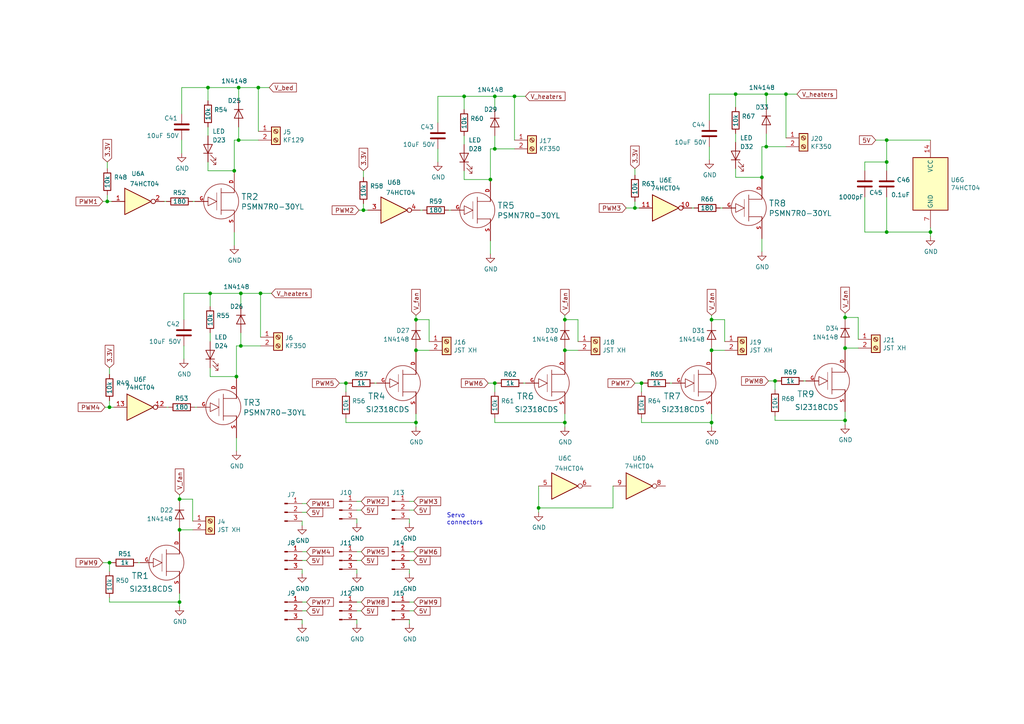
<source format=kicad_sch>
(kicad_sch (version 20200512) (host eeschema "5.99.0-unknown-4cfff6b~101~ubuntu20.04.1")
  (page 7 8)
  (paper "A4")
  (lib_symbols
    (symbol "Connector:Conn_01x03_Male" (pin_names hide)
      (property "Reference" "J" (at 0 5.08 0))
      (property "Value" "Conn_01x03_Male" (at 0 -5.08 0))
      (symbol "Conn_01x03_Male_1_1"
        (rectangle (start 0.8636 -2.413) (end 0 -2.667) (fill (type outline)))
        (rectangle (start 0.8636 0.127) (end 0 -0.127) (fill (type outline)))
        (rectangle (start 0.8636 2.667) (end 0 2.413) (fill (type outline)))
        (polyline (pts (xy 1.27 -2.54) (xy 0.8636 -2.54)))
        (polyline (pts (xy 1.27 0) (xy 0.8636 0)))
        (polyline (pts (xy 1.27 2.54) (xy 0.8636 2.54)))
        (pin passive line (at 5.08 2.54 180) (length 3.81) (name "Pin_1") (number "1"))
        (pin passive line (at 5.08 0 180) (length 3.81) (name "Pin_2") (number "2"))
        (pin passive line (at 5.08 -2.54 180) (length 3.81) (name "Pin_3") (number "3"))
      )
    )
    (symbol "Connector:Screw_Terminal_01x02" (pin_names hide)
      (property "Reference" "J" (at 0 2.54 0))
      (property "Value" "Screw_Terminal_01x02" (at 0 -5.08 0))
      (symbol "Screw_Terminal_01x02_1_1"
        (circle (center 0 -2.54) (radius 0.635))
        (circle (center 0 0) (radius 0.635))
        (rectangle (start -1.27 1.27) (end 1.27 -3.81) (stroke (width 0.254)) (fill (type background)))
        (polyline (pts (xy -0.5334 -2.2098) (xy 0.3302 -3.048)))
        (polyline (pts (xy -0.5334 0.3302) (xy 0.3302 -0.508)))
        (polyline (pts (xy -0.3556 -2.032) (xy 0.508 -2.8702)))
        (polyline (pts (xy -0.3556 0.508) (xy 0.508 -0.3302)))
        (pin passive line (at -5.08 0 0) (length 3.81) (name "Pin_1") (number "1"))
        (pin passive line (at -5.08 -2.54 0) (length 3.81) (name "Pin_2") (number "2"))
      )
    )
    (symbol "Device:C" (pin_numbers hide) (pin_names (offset 0.254))
      (property "Reference" "C" (at 0.635 2.54 0))
      (property "Value" "C" (at 0.635 -2.54 0))
      (symbol "C_0_1"
        (polyline (pts (xy -2.032 -0.762) (xy 2.032 -0.762)) (stroke (width 0.508)))
        (polyline (pts (xy -2.032 0.762) (xy 2.032 0.762)) (stroke (width 0.508)))
      )
      (symbol "C_1_1"
        (pin passive line (at 0 3.81 270) (length 2.794) (name "~") (number "1"))
        (pin passive line (at 0 -3.81 90) (length 2.794) (name "~") (number "2"))
      )
    )
    (symbol "Device:D" (pin_numbers hide) (pin_names hide)
      (property "Reference" "D" (at 0 2.54 0))
      (property "Value" "D" (at 0 -2.54 0))
      (symbol "D_0_1"
        (polyline (pts (xy -1.27 1.27) (xy -1.27 -1.27)) (stroke (width 0.2032)))
        (polyline (pts (xy 1.27 0) (xy -1.27 0)))
        (polyline (pts (xy 1.27 1.27) (xy 1.27 -1.27) (xy -1.27 0) (xy 1.27 1.27)) (stroke (width 0.2032)))
      )
      (symbol "D_1_1"
        (pin passive line (at -3.81 0 0) (length 2.54) (name "K") (number "1"))
        (pin passive line (at 3.81 0 180) (length 2.54) (name "A") (number "2"))
      )
    )
    (symbol "Device:LED" (pin_numbers hide) (pin_names hide)
      (property "Reference" "D" (at 0 2.54 0))
      (property "Value" "LED" (at 0 -2.54 0))
      (symbol "LED_0_1"
        (polyline (pts (xy -1.27 -1.27) (xy -1.27 1.27)) (stroke (width 0.2032)))
        (polyline (pts (xy -1.27 0) (xy 1.27 0)))
        (polyline (pts (xy 1.27 -1.27) (xy 1.27 1.27) (xy -1.27 0) (xy 1.27 -1.27)) (stroke (width 0.2032)))
        (polyline (pts (xy -3.048 -0.762) (xy -4.572 -2.286) (xy -3.81 -2.286) (xy -4.572 -2.286) (xy -4.572 -1.524)))
        (polyline (pts (xy -1.778 -0.762) (xy -3.302 -2.286) (xy -2.54 -2.286) (xy -3.302 -2.286) (xy -3.302 -1.524)))
      )
      (symbol "LED_1_1"
        (pin passive line (at -3.81 0 0) (length 2.54) (name "K") (number "1"))
        (pin passive line (at 3.81 0 180) (length 2.54) (name "A") (number "2"))
      )
    )
    (symbol "Device:R" (pin_numbers hide) (pin_names (offset 0))
      (property "Reference" "R" (at 2.032 0 90))
      (property "Value" "R" (at 0 0 90))
      (symbol "R_0_1"
        (rectangle (start -1.016 -2.54) (end 1.016 2.54) (stroke (width 0.254)))
      )
      (symbol "R_1_1"
        (pin passive line (at 0 3.81 270) (length 1.27) (name "~") (number "1"))
        (pin passive line (at 0 -3.81 90) (length 1.27) (name "~") (number "2"))
      )
    )
    (symbol "Logic_74xx:74HCT04" (pin_names (offset 0.508))
      (property "Reference" "U" (at 0 1.27 0))
      (property "Value" "74HCT04" (at 0 -1.27 0))
      (symbol "74HCT04_7_1"
        (rectangle (start -5.08 7.62) (end 5.08 -7.62) (stroke (width 0.254)) (fill (type background)))
      )
      (symbol "74HCT04_1_0"
        (polyline (pts (xy -3.81 3.81) (xy -3.81 -3.81) (xy 3.81 0) (xy -3.81 3.81)) (stroke (width 0.254)) (fill (type background)))
        (pin input line (at -7.62 0 0) (length 3.81) (name "~") (number "1"))
        (pin output inverted (at 7.62 0 180) (length 3.81) (name "~") (number "2"))
      )
      (symbol "74HCT04_2_0"
        (polyline (pts (xy -3.81 3.81) (xy -3.81 -3.81) (xy 3.81 0) (xy -3.81 3.81)) (stroke (width 0.254)) (fill (type background)))
        (pin input line (at -7.62 0 0) (length 3.81) (name "~") (number "3"))
        (pin output inverted (at 7.62 0 180) (length 3.81) (name "~") (number "4"))
      )
      (symbol "74HCT04_3_0"
        (polyline (pts (xy -3.81 3.81) (xy -3.81 -3.81) (xy 3.81 0) (xy -3.81 3.81)) (stroke (width 0.254)) (fill (type background)))
        (pin input line (at -7.62 0 0) (length 3.81) (name "~") (number "5"))
        (pin output inverted (at 7.62 0 180) (length 3.81) (name "~") (number "6"))
      )
      (symbol "74HCT04_4_0"
        (polyline (pts (xy -3.81 3.81) (xy -3.81 -3.81) (xy 3.81 0) (xy -3.81 3.81)) (stroke (width 0.254)) (fill (type background)))
        (pin output inverted (at 7.62 0 180) (length 3.81) (name "~") (number "8"))
        (pin input line (at -7.62 0 0) (length 3.81) (name "~") (number "9"))
      )
      (symbol "74HCT04_5_0"
        (polyline (pts (xy -3.81 3.81) (xy -3.81 -3.81) (xy 3.81 0) (xy -3.81 3.81)) (stroke (width 0.254)) (fill (type background)))
        (pin output inverted (at 7.62 0 180) (length 3.81) (name "~") (number "10"))
        (pin input line (at -7.62 0 0) (length 3.81) (name "~") (number "11"))
      )
      (symbol "74HCT04_6_0"
        (polyline (pts (xy -3.81 3.81) (xy -3.81 -3.81) (xy 3.81 0) (xy -3.81 3.81)) (stroke (width 0.254)) (fill (type background)))
        (pin output inverted (at 7.62 0 180) (length 3.81) (name "~") (number "12"))
        (pin input line (at -7.62 0 0) (length 3.81) (name "~") (number "13"))
      )
      (symbol "74HCT04_7_0"
        (pin power_in line (at 0 12.7 270) (length 5.08) (name "VCC") (number "14"))
        (pin power_in line (at 0 -12.7 90) (length 5.08) (name "GND") (number "7"))
      )
    )
    (symbol "bsh105:BSH105" (pin_names (offset 0.762) hide)
      (property "Reference" "TR" (at -2.4638 6.35 0))
      (property "Value" "BSH105" (at -3.7338 -7.5438 0))
      (symbol "BSH105_0_1"
        (circle (center 0 0) (radius 5.08))
        (polyline (pts (xy 0 -3.81) (xy 0 3.81)))
        (polyline (pts (xy 0 -2.54) (xy 3.81 -2.54)))
        (polyline (pts (xy 0 2.54) (xy 3.81 2.54)))
        (polyline (pts (xy -1.27 2.54) (xy -1.27 -2.54) (xy -1.27 -2.54)) (stroke (width 0.1016)))
        (polyline (pts (xy -1.27 0) (xy -3.81 -1.27) (xy -3.81 1.27) (xy -1.27 0) (xy -1.27 0)))
      )
      (symbol "BSH105_1_1"
        (pin passive line (at 3.81 8.89 270) (length 6.35) (name "D") (number "D"))
        (pin input line (at -7.62 0 0) (length 3.81) (name "G") (number "G"))
        (pin passive line (at 3.81 -8.89 90) (length 6.35) (name "S") (number "S"))
      )
    )
    (symbol "ipd036n04l:IPD036N04L" (pin_names (offset 0.762) hide)
      (property "Reference" "TR" (at -2.4638 6.35 0))
      (property "Value" "IPD036N04L" (at -3.7338 -7.5438 0))
      (symbol "IPD036N04L_0_1"
        (circle (center 0 0) (radius 5.08))
        (polyline (pts (xy 0 -3.81) (xy 0 3.81)))
        (polyline (pts (xy 0 -2.54) (xy 3.81 -2.54)))
        (polyline (pts (xy 0 2.54) (xy 3.81 2.54)))
        (polyline (pts (xy -1.27 2.54) (xy -1.27 -2.54) (xy -1.27 -2.54)) (stroke (width 0.1016)))
        (polyline (pts (xy -1.27 0) (xy -3.81 -1.27) (xy -3.81 1.27) (xy -1.27 0) (xy -1.27 0)))
      )
      (symbol "IPD036N04L_1_1"
        (pin passive line (at 3.81 8.89 270) (length 6.35) (name "D") (number "D"))
        (pin input line (at -7.62 0 0) (length 3.81) (name "G") (number "G"))
        (pin passive line (at 3.81 -8.89 90) (length 6.35) (name "S") (number "S"))
      )
    )
    (symbol "power:GND" (power) (pin_names (offset 0))
      (property "Value" "GND" (at 0 -3.81 0))
      (symbol "GND_0_1"
        (polyline (pts (xy 0 0) (xy 0 -1.27) (xy 1.27 -1.27) (xy 0 -2.54) (xy -1.27 -1.27) (xy 0 -1.27)))
      )
      (symbol "GND_1_1"
        (pin power_in line (at 0 0 270) (length 0) (name "GND") (number "1") hide)
      )
    )
  )
  (junction (at 31.115 58.42))
  (junction (at 31.75 118.11))
  (junction (at 31.75 163.195))
  (junction (at 52.07 144.78))
  (junction (at 52.07 153.67))
  (junction (at 52.07 174.625))
  (junction (at 60.325 25.4))
  (junction (at 60.96 85.09))
  (junction (at 67.945 49.53))
  (junction (at 68.58 109.22))
  (junction (at 69.215 25.4))
  (junction (at 69.215 40.64))
  (junction (at 69.85 85.09))
  (junction (at 69.85 100.33))
  (junction (at 74.93 25.4))
  (junction (at 75.565 85.09))
  (junction (at 100.33 111.125))
  (junction (at 105.41 60.96))
  (junction (at 120.65 92.71))
  (junction (at 120.65 101.6))
  (junction (at 120.65 122.555))
  (junction (at 134.62 27.94))
  (junction (at 142.24 52.07))
  (junction (at 143.51 27.94))
  (junction (at 143.51 43.18))
  (junction (at 143.51 111.125))
  (junction (at 149.225 27.94))
  (junction (at 156.21 147.32))
  (junction (at 163.83 92.71))
  (junction (at 163.83 101.6))
  (junction (at 163.83 122.555))
  (junction (at 184.15 60.325))
  (junction (at 186.055 111.125))
  (junction (at 206.375 92.71))
  (junction (at 206.375 101.6))
  (junction (at 206.375 122.555))
  (junction (at 213.36 27.305))
  (junction (at 220.98 51.435))
  (junction (at 222.25 27.305))
  (junction (at 222.25 42.545))
  (junction (at 224.79 110.49))
  (junction (at 227.965 27.305))
  (junction (at 245.11 92.075))
  (junction (at 245.11 100.965))
  (junction (at 245.11 121.92))
  (junction (at 257.175 40.64))
  (junction (at 257.175 46.99))
  (junction (at 257.175 67.31))
  (junction (at 269.875 67.31))
  (wire (pts (xy 29.845 58.42) (xy 31.115 58.42)))
  (wire (pts (xy 29.845 163.195) (xy 31.75 163.195)))
  (wire (pts (xy 30.48 118.11) (xy 31.75 118.11)))
  (wire (pts (xy 31.115 48.895) (xy 31.115 46.99)))
  (wire (pts (xy 31.115 56.515) (xy 31.115 58.42)))
  (wire (pts (xy 31.115 58.42) (xy 32.385 58.42)))
  (wire (pts (xy 31.75 108.585) (xy 31.75 106.68)))
  (wire (pts (xy 31.75 116.205) (xy 31.75 118.11)))
  (wire (pts (xy 31.75 118.11) (xy 33.02 118.11)))
  (wire (pts (xy 31.75 163.195) (xy 32.385 163.195)))
  (wire (pts (xy 31.75 165.735) (xy 31.75 163.195)))
  (wire (pts (xy 31.75 173.355) (xy 31.75 174.625)))
  (wire (pts (xy 31.75 174.625) (xy 52.07 174.625)))
  (wire (pts (xy 40.64 163.195) (xy 40.005 163.195)))
  (wire (pts (xy 47.625 58.42) (xy 48.26 58.42)))
  (wire (pts (xy 48.26 118.11) (xy 48.895 118.11)))
  (wire (pts (xy 52.07 143.51) (xy 52.07 144.78)))
  (wire (pts (xy 52.07 144.78) (xy 52.07 145.415)))
  (wire (pts (xy 52.07 153.035) (xy 52.07 153.67)))
  (wire (pts (xy 52.07 153.67) (xy 52.07 154.305)))
  (wire (pts (xy 52.07 172.085) (xy 52.07 174.625)))
  (wire (pts (xy 52.07 174.625) (xy 52.07 175.895)))
  (wire (pts (xy 52.705 25.4) (xy 60.325 25.4)))
  (wire (pts (xy 52.705 33.02) (xy 52.705 25.4)))
  (wire (pts (xy 52.705 40.64) (xy 52.705 44.45)))
  (wire (pts (xy 53.34 85.09) (xy 60.96 85.09)))
  (wire (pts (xy 53.34 92.71) (xy 53.34 85.09)))
  (wire (pts (xy 53.34 100.33) (xy 53.34 104.14)))
  (wire (pts (xy 55.88 58.42) (xy 56.515 58.42)))
  (wire (pts (xy 55.88 144.78) (xy 52.07 144.78)))
  (wire (pts (xy 55.88 151.13) (xy 55.88 144.78)))
  (wire (pts (xy 55.88 153.67) (xy 52.07 153.67)))
  (wire (pts (xy 56.515 118.11) (xy 57.15 118.11)))
  (wire (pts (xy 60.325 25.4) (xy 69.215 25.4)))
  (wire (pts (xy 60.325 29.21) (xy 60.325 25.4)))
  (wire (pts (xy 60.325 36.83) (xy 60.325 39.37)))
  (wire (pts (xy 60.325 46.99) (xy 60.325 49.53)))
  (wire (pts (xy 60.325 49.53) (xy 67.945 49.53)))
  (wire (pts (xy 60.96 85.09) (xy 69.85 85.09)))
  (wire (pts (xy 60.96 88.9) (xy 60.96 85.09)))
  (wire (pts (xy 60.96 96.52) (xy 60.96 99.06)))
  (wire (pts (xy 60.96 106.68) (xy 60.96 109.22)))
  (wire (pts (xy 60.96 109.22) (xy 68.58 109.22)))
  (wire (pts (xy 67.945 49.53) (xy 67.945 40.64)))
  (wire (pts (xy 67.945 67.31) (xy 67.945 71.12)))
  (wire (pts (xy 68.58 109.22) (xy 68.58 100.33)))
  (wire (pts (xy 68.58 127) (xy 68.58 130.81)))
  (wire (pts (xy 69.215 25.4) (xy 74.93 25.4)))
  (wire (pts (xy 69.215 29.21) (xy 69.215 25.4)))
  (wire (pts (xy 69.215 36.83) (xy 69.215 40.64)))
  (wire (pts (xy 69.215 40.64) (xy 67.945 40.64)))
  (wire (pts (xy 69.215 40.64) (xy 74.93 40.64)))
  (wire (pts (xy 69.85 85.09) (xy 75.565 85.09)))
  (wire (pts (xy 69.85 88.9) (xy 69.85 85.09)))
  (wire (pts (xy 69.85 96.52) (xy 69.85 100.33)))
  (wire (pts (xy 69.85 100.33) (xy 68.58 100.33)))
  (wire (pts (xy 69.85 100.33) (xy 75.565 100.33)))
  (wire (pts (xy 74.93 25.4) (xy 78.105 25.4)))
  (wire (pts (xy 74.93 38.1) (xy 74.93 25.4)))
  (wire (pts (xy 75.565 85.09) (xy 78.74 85.09)))
  (wire (pts (xy 75.565 97.79) (xy 75.565 85.09)))
  (wire (pts (xy 87.63 148.59) (xy 88.9 148.59)))
  (wire (pts (xy 87.63 152.4) (xy 87.63 151.13)))
  (wire (pts (xy 87.63 162.56) (xy 88.9 162.56)))
  (wire (pts (xy 87.63 166.37) (xy 87.63 165.1)))
  (wire (pts (xy 87.63 177.165) (xy 88.9 177.165)))
  (wire (pts (xy 87.63 180.975) (xy 87.63 179.705)))
  (wire (pts (xy 88.9 146.05) (xy 87.63 146.05)))
  (wire (pts (xy 88.9 160.02) (xy 87.63 160.02)))
  (wire (pts (xy 88.9 174.625) (xy 87.63 174.625)))
  (wire (pts (xy 98.425 111.125) (xy 100.33 111.125)))
  (wire (pts (xy 100.33 111.125) (xy 100.965 111.125)))
  (wire (pts (xy 100.33 113.665) (xy 100.33 111.125)))
  (wire (pts (xy 100.33 121.285) (xy 100.33 122.555)))
  (wire (pts (xy 100.33 122.555) (xy 120.65 122.555)))
  (wire (pts (xy 103.505 147.955) (xy 104.775 147.955)))
  (wire (pts (xy 103.505 151.765) (xy 103.505 150.495)))
  (wire (pts (xy 103.505 162.56) (xy 104.775 162.56)))
  (wire (pts (xy 103.505 166.37) (xy 103.505 165.1)))
  (wire (pts (xy 103.505 177.165) (xy 104.775 177.165)))
  (wire (pts (xy 103.505 180.975) (xy 103.505 179.705)))
  (wire (pts (xy 104.14 60.96) (xy 105.41 60.96)))
  (wire (pts (xy 104.775 145.415) (xy 103.505 145.415)))
  (wire (pts (xy 104.775 160.02) (xy 103.505 160.02)))
  (wire (pts (xy 104.775 174.625) (xy 103.505 174.625)))
  (wire (pts (xy 105.41 51.435) (xy 105.41 49.53)))
  (wire (pts (xy 105.41 59.055) (xy 105.41 60.96)))
  (wire (pts (xy 105.41 60.96) (xy 106.68 60.96)))
  (wire (pts (xy 109.22 111.125) (xy 108.585 111.125)))
  (wire (pts (xy 118.745 147.955) (xy 120.015 147.955)))
  (wire (pts (xy 118.745 151.765) (xy 118.745 150.495)))
  (wire (pts (xy 118.745 162.56) (xy 120.015 162.56)))
  (wire (pts (xy 118.745 166.37) (xy 118.745 165.1)))
  (wire (pts (xy 118.745 177.165) (xy 120.015 177.165)))
  (wire (pts (xy 118.745 180.975) (xy 118.745 179.705)))
  (wire (pts (xy 120.015 145.415) (xy 118.745 145.415)))
  (wire (pts (xy 120.015 160.02) (xy 118.745 160.02)))
  (wire (pts (xy 120.015 174.625) (xy 118.745 174.625)))
  (wire (pts (xy 120.65 91.44) (xy 120.65 92.71)))
  (wire (pts (xy 120.65 92.71) (xy 120.65 93.345)))
  (wire (pts (xy 120.65 100.965) (xy 120.65 101.6)))
  (wire (pts (xy 120.65 101.6) (xy 120.65 102.235)))
  (wire (pts (xy 120.65 120.015) (xy 120.65 122.555)))
  (wire (pts (xy 120.65 122.555) (xy 120.65 123.825)))
  (wire (pts (xy 121.92 60.96) (xy 122.555 60.96)))
  (wire (pts (xy 124.46 92.71) (xy 120.65 92.71)))
  (wire (pts (xy 124.46 99.06) (xy 124.46 92.71)))
  (wire (pts (xy 124.46 101.6) (xy 120.65 101.6)))
  (wire (pts (xy 127 27.94) (xy 134.62 27.94)))
  (wire (pts (xy 127 35.56) (xy 127 27.94)))
  (wire (pts (xy 127 43.18) (xy 127 46.99)))
  (wire (pts (xy 130.175 60.96) (xy 130.81 60.96)))
  (wire (pts (xy 134.62 27.94) (xy 143.51 27.94)))
  (wire (pts (xy 134.62 31.75) (xy 134.62 27.94)))
  (wire (pts (xy 134.62 39.37) (xy 134.62 41.91)))
  (wire (pts (xy 134.62 49.53) (xy 134.62 52.07)))
  (wire (pts (xy 134.62 52.07) (xy 142.24 52.07)))
  (wire (pts (xy 141.605 111.125) (xy 143.51 111.125)))
  (wire (pts (xy 142.24 52.07) (xy 142.24 43.18)))
  (wire (pts (xy 142.24 69.85) (xy 142.24 73.66)))
  (wire (pts (xy 143.51 27.94) (xy 149.225 27.94)))
  (wire (pts (xy 143.51 31.75) (xy 143.51 27.94)))
  (wire (pts (xy 143.51 39.37) (xy 143.51 43.18)))
  (wire (pts (xy 143.51 43.18) (xy 142.24 43.18)))
  (wire (pts (xy 143.51 43.18) (xy 149.225 43.18)))
  (wire (pts (xy 143.51 111.125) (xy 144.145 111.125)))
  (wire (pts (xy 143.51 113.665) (xy 143.51 111.125)))
  (wire (pts (xy 143.51 121.285) (xy 143.51 122.555)))
  (wire (pts (xy 143.51 122.555) (xy 163.83 122.555)))
  (wire (pts (xy 149.225 27.94) (xy 152.4 27.94)))
  (wire (pts (xy 149.225 40.64) (xy 149.225 27.94)))
  (wire (pts (xy 152.4 111.125) (xy 151.765 111.125)))
  (wire (pts (xy 156.21 140.97) (xy 156.21 147.32)))
  (wire (pts (xy 156.21 147.32) (xy 156.21 148.59)))
  (wire (pts (xy 163.83 91.44) (xy 163.83 92.71)))
  (wire (pts (xy 163.83 92.71) (xy 163.83 93.345)))
  (wire (pts (xy 163.83 100.965) (xy 163.83 101.6)))
  (wire (pts (xy 163.83 101.6) (xy 163.83 102.235)))
  (wire (pts (xy 163.83 120.015) (xy 163.83 122.555)))
  (wire (pts (xy 163.83 122.555) (xy 163.83 123.825)))
  (wire (pts (xy 167.64 92.71) (xy 163.83 92.71)))
  (wire (pts (xy 167.64 99.06) (xy 167.64 92.71)))
  (wire (pts (xy 167.64 101.6) (xy 163.83 101.6)))
  (wire (pts (xy 177.8 140.97) (xy 177.8 147.32)))
  (wire (pts (xy 177.8 147.32) (xy 156.21 147.32)))
  (wire (pts (xy 181.61 60.325) (xy 184.15 60.325)))
  (wire (pts (xy 184.15 50.8) (xy 184.15 48.895)))
  (wire (pts (xy 184.15 58.42) (xy 184.15 60.325)))
  (wire (pts (xy 184.15 60.325) (xy 185.42 60.325)))
  (wire (pts (xy 184.15 111.125) (xy 186.055 111.125)))
  (wire (pts (xy 186.055 111.125) (xy 186.69 111.125)))
  (wire (pts (xy 186.055 113.665) (xy 186.055 111.125)))
  (wire (pts (xy 186.055 121.285) (xy 186.055 122.555)))
  (wire (pts (xy 186.055 122.555) (xy 206.375 122.555)))
  (wire (pts (xy 194.945 111.125) (xy 194.31 111.125)))
  (wire (pts (xy 200.66 60.325) (xy 201.295 60.325)))
  (wire (pts (xy 205.74 27.305) (xy 213.36 27.305)))
  (wire (pts (xy 205.74 34.925) (xy 205.74 27.305)))
  (wire (pts (xy 205.74 42.545) (xy 205.74 46.355)))
  (wire (pts (xy 206.375 91.44) (xy 206.375 92.71)))
  (wire (pts (xy 206.375 92.71) (xy 206.375 93.345)))
  (wire (pts (xy 206.375 100.965) (xy 206.375 101.6)))
  (wire (pts (xy 206.375 101.6) (xy 206.375 102.235)))
  (wire (pts (xy 206.375 120.015) (xy 206.375 122.555)))
  (wire (pts (xy 206.375 122.555) (xy 206.375 123.825)))
  (wire (pts (xy 208.915 60.325) (xy 209.55 60.325)))
  (wire (pts (xy 210.185 92.71) (xy 206.375 92.71)))
  (wire (pts (xy 210.185 99.06) (xy 210.185 92.71)))
  (wire (pts (xy 210.185 101.6) (xy 206.375 101.6)))
  (wire (pts (xy 213.36 27.305) (xy 222.25 27.305)))
  (wire (pts (xy 213.36 31.115) (xy 213.36 27.305)))
  (wire (pts (xy 213.36 38.735) (xy 213.36 41.275)))
  (wire (pts (xy 213.36 48.895) (xy 213.36 51.435)))
  (wire (pts (xy 213.36 51.435) (xy 220.98 51.435)))
  (wire (pts (xy 220.98 51.435) (xy 220.98 42.545)))
  (wire (pts (xy 220.98 69.215) (xy 220.98 73.025)))
  (wire (pts (xy 222.25 27.305) (xy 227.965 27.305)))
  (wire (pts (xy 222.25 31.115) (xy 222.25 27.305)))
  (wire (pts (xy 222.25 38.735) (xy 222.25 42.545)))
  (wire (pts (xy 222.25 42.545) (xy 220.98 42.545)))
  (wire (pts (xy 222.25 42.545) (xy 227.965 42.545)))
  (wire (pts (xy 222.885 110.49) (xy 224.79 110.49)))
  (wire (pts (xy 224.79 110.49) (xy 225.425 110.49)))
  (wire (pts (xy 224.79 113.03) (xy 224.79 110.49)))
  (wire (pts (xy 224.79 120.65) (xy 224.79 121.92)))
  (wire (pts (xy 224.79 121.92) (xy 245.11 121.92)))
  (wire (pts (xy 227.965 27.305) (xy 231.14 27.305)))
  (wire (pts (xy 227.965 40.005) (xy 227.965 27.305)))
  (wire (pts (xy 233.68 110.49) (xy 233.045 110.49)))
  (wire (pts (xy 245.11 90.805) (xy 245.11 92.075)))
  (wire (pts (xy 245.11 92.075) (xy 245.11 92.71)))
  (wire (pts (xy 245.11 100.33) (xy 245.11 100.965)))
  (wire (pts (xy 245.11 100.965) (xy 245.11 101.6)))
  (wire (pts (xy 245.11 119.38) (xy 245.11 121.92)))
  (wire (pts (xy 245.11 121.92) (xy 245.11 123.19)))
  (wire (pts (xy 248.92 92.075) (xy 245.11 92.075)))
  (wire (pts (xy 248.92 98.425) (xy 248.92 92.075)))
  (wire (pts (xy 248.92 100.965) (xy 245.11 100.965)))
  (wire (pts (xy 250.825 46.99) (xy 257.175 46.99)))
  (wire (pts (xy 250.825 49.53) (xy 250.825 46.99)))
  (wire (pts (xy 250.825 57.15) (xy 250.825 67.31)))
  (wire (pts (xy 250.825 67.31) (xy 257.175 67.31)))
  (wire (pts (xy 254 40.64) (xy 257.175 40.64)))
  (wire (pts (xy 257.175 40.64) (xy 269.875 40.64)))
  (wire (pts (xy 257.175 46.99) (xy 257.175 40.64)))
  (wire (pts (xy 257.175 49.53) (xy 257.175 46.99)))
  (wire (pts (xy 257.175 57.15) (xy 257.175 67.31)))
  (wire (pts (xy 257.175 67.31) (xy 269.875 67.31)))
  (wire (pts (xy 269.875 66.04) (xy 269.875 67.31)))
  (wire (pts (xy 269.875 67.31) (xy 269.875 68.58)))
  (text "Servo\nconnectors" (at 129.54 152.4 0) (effects (font (size 1.27 1.27)) (justify left bottom)))
  (global_label "PWM1" (shape input) (at 29.845 58.42 180))
  (global_label "PWM9" (shape input) (at 29.845 163.195 180))
  (global_label "PWM4" (shape input) (at 30.48 118.11 180))
  (global_label "3.3V" (shape input) (at 31.115 46.99 90))
  (global_label "3.3V" (shape input) (at 31.75 106.68 90))
  (global_label "V_fan" (shape input) (at 52.07 143.51 90))
  (global_label "V_bed" (shape input) (at 78.105 25.4 0))
  (global_label "V_heaters" (shape input) (at 78.74 85.09 0))
  (global_label "PWM1" (shape input) (at 88.9 146.05 0))
  (global_label "5V" (shape input) (at 88.9 148.59 0))
  (global_label "PWM4" (shape input) (at 88.9 160.02 0))
  (global_label "5V" (shape input) (at 88.9 162.56 0))
  (global_label "PWM7" (shape input) (at 88.9 174.625 0))
  (global_label "5V" (shape input) (at 88.9 177.165 0))
  (global_label "PWM5" (shape input) (at 98.425 111.125 180))
  (global_label "PWM2" (shape input) (at 104.14 60.96 180))
  (global_label "PWM2" (shape input) (at 104.775 145.415 0))
  (global_label "5V" (shape input) (at 104.775 147.955 0))
  (global_label "PWM5" (shape input) (at 104.775 160.02 0))
  (global_label "5V" (shape input) (at 104.775 162.56 0))
  (global_label "PWM8" (shape input) (at 104.775 174.625 0))
  (global_label "5V" (shape input) (at 104.775 177.165 0))
  (global_label "3.3V" (shape input) (at 105.41 49.53 90))
  (global_label "PWM3" (shape input) (at 120.015 145.415 0))
  (global_label "5V" (shape input) (at 120.015 147.955 0))
  (global_label "PWM6" (shape input) (at 120.015 160.02 0))
  (global_label "5V" (shape input) (at 120.015 162.56 0))
  (global_label "PWM9" (shape input) (at 120.015 174.625 0))
  (global_label "5V" (shape input) (at 120.015 177.165 0))
  (global_label "V_fan" (shape input) (at 120.65 91.44 90))
  (global_label "PWM6" (shape input) (at 141.605 111.125 180))
  (global_label "V_heaters" (shape input) (at 152.4 27.94 0))
  (global_label "V_fan" (shape input) (at 163.83 91.44 90))
  (global_label "PWM3" (shape input) (at 181.61 60.325 180))
  (global_label "3.3V" (shape input) (at 184.15 48.895 90))
  (global_label "PWM7" (shape input) (at 184.15 111.125 180))
  (global_label "V_fan" (shape input) (at 206.375 91.44 90))
  (global_label "PWM8" (shape input) (at 222.885 110.49 180))
  (global_label "V_heaters" (shape input) (at 231.14 27.305 0))
  (global_label "V_fan" (shape input) (at 245.11 90.805 90))
  (global_label "5V" (shape input) (at 254 40.64 180))
  (symbol (lib_id "power:GND") (at 52.07 175.895 0)
    (property "Reference" "#PWR038" (effects hide))
    (property "Value" "GND" (at 52.197 180.2892 0))
  )
  (symbol (lib_id "power:GND") (at 52.705 44.45 0)
    (property "Reference" "#PWR039" (effects hide))
    (property "Value" "GND" (at 52.832 48.8442 0))
  )
  (symbol (lib_id "power:GND") (at 53.34 104.14 0)
    (property "Reference" "#PWR040" (effects hide))
    (property "Value" "GND" (at 53.467 108.5342 0))
  )
  (symbol (lib_id "power:GND") (at 67.945 71.12 0)
    (property "Reference" "#PWR041" (effects hide))
    (property "Value" "GND" (at 68.072 75.5142 0))
  )
  (symbol (lib_id "power:GND") (at 68.58 130.81 0)
    (property "Reference" "#PWR042" (effects hide))
    (property "Value" "GND" (at 68.707 135.2042 0))
  )
  (symbol (lib_id "power:GND") (at 87.63 152.4 0)
    (property "Reference" "#PWR043" (effects hide))
    (property "Value" "GND" (at 87.757 156.7942 0))
  )
  (symbol (lib_id "power:GND") (at 87.63 166.37 0)
    (property "Reference" "#PWR044" (effects hide))
    (property "Value" "GND" (at 87.757 170.7642 0))
  )
  (symbol (lib_id "power:GND") (at 87.63 180.975 0)
    (property "Reference" "#PWR045" (effects hide))
    (property "Value" "GND" (at 87.757 185.3692 0))
  )
  (symbol (lib_id "power:GND") (at 103.505 151.765 0)
    (property "Reference" "#PWR046" (effects hide))
    (property "Value" "GND" (at 103.632 156.1592 0))
  )
  (symbol (lib_id "power:GND") (at 103.505 166.37 0)
    (property "Reference" "#PWR047" (effects hide))
    (property "Value" "GND" (at 103.632 170.7642 0))
  )
  (symbol (lib_id "power:GND") (at 103.505 180.975 0)
    (property "Reference" "#PWR048" (effects hide))
    (property "Value" "GND" (at 103.632 185.3692 0))
  )
  (symbol (lib_id "power:GND") (at 118.745 151.765 0)
    (property "Reference" "#PWR050" (effects hide))
    (property "Value" "GND" (at 118.872 156.1592 0))
  )
  (symbol (lib_id "power:GND") (at 118.745 166.37 0)
    (property "Reference" "#PWR051" (effects hide))
    (property "Value" "GND" (at 118.872 170.7642 0))
  )
  (symbol (lib_id "power:GND") (at 118.745 180.975 0)
    (property "Reference" "#PWR052" (effects hide))
    (property "Value" "GND" (at 118.872 185.3692 0))
  )
  (symbol (lib_id "power:GND") (at 120.65 123.825 0)
    (property "Reference" "#PWR053" (effects hide))
    (property "Value" "GND" (at 120.777 128.2192 0))
  )
  (symbol (lib_id "power:GND") (at 127 46.99 0)
    (property "Reference" "#PWR054" (effects hide))
    (property "Value" "GND" (at 127.127 51.3842 0))
  )
  (symbol (lib_id "power:GND") (at 142.24 73.66 0)
    (property "Reference" "#PWR055" (effects hide))
    (property "Value" "GND" (at 142.367 78.0542 0))
  )
  (symbol (lib_id "power:GND") (at 156.21 148.59 0)
    (property "Reference" "#PWR036" (effects hide))
    (property "Value" "GND" (at 156.337 152.9842 0))
  )
  (symbol (lib_id "power:GND") (at 163.83 123.825 0)
    (property "Reference" "#PWR056" (effects hide))
    (property "Value" "GND" (at 163.957 128.2192 0))
  )
  (symbol (lib_id "power:GND") (at 205.74 46.355 0)
    (property "Reference" "#PWR058" (effects hide))
    (property "Value" "GND" (at 205.867 50.7492 0))
  )
  (symbol (lib_id "power:GND") (at 206.375 123.825 0)
    (property "Reference" "#PWR059" (effects hide))
    (property "Value" "GND" (at 206.502 128.2192 0))
  )
  (symbol (lib_id "power:GND") (at 220.98 73.025 0)
    (property "Reference" "#PWR060" (effects hide))
    (property "Value" "GND" (at 221.107 77.4192 0))
  )
  (symbol (lib_id "power:GND") (at 245.11 123.19 0)
    (property "Reference" "#PWR061" (effects hide))
    (property "Value" "GND" (at 245.237 127.5842 0))
  )
  (symbol (lib_id "power:GND") (at 269.875 68.58 0) (unit 1)
    (property "Reference" "#PWR062" (effects hide))
    (property "Value" "GND" (at 270.002 72.9742 0))
  )
  (symbol (lib_id "Device:R") (at 31.115 52.705 0) (unit 1)
    (property "Reference" "R48" (at 33.02 51.435 0) (effects (justify left)))
    (property "Value" "10k" (at 31.115 54.61 90) (effects (justify left)))
    (property "Footprint" "PrntrBoardV2:R_0603_1608Metric" (effects hide))
    (property "Part #" "0603WAF1002T5E" (effects hide))
    (property "LCSC Part #" "C25804" (effects hide))
  )
  (symbol (lib_id "Device:R") (at 31.75 112.395 0) (unit 1)
    (property "Reference" "R49" (at 33.655 111.125 0) (effects (justify left)))
    (property "Value" "10k" (at 31.75 114.3 90) (effects (justify left)))
    (property "Footprint" "PrntrBoardV2:R_0603_1608Metric" (effects hide))
    (property "Part #" "0603WAF1002T5E" (effects hide))
    (property "LCSC Part #" "C25804" (effects hide))
  )
  (symbol (lib_id "Device:R") (at 31.75 169.545 0)
    (property "Reference" "R50" (at 33.528 168.3766 0) (effects (justify left)))
    (property "Value" "10k" (at 31.75 171.45 90) (effects (justify left)))
    (property "Footprint" "PrntrBoardV2:R_0603_1608Metric" (effects hide))
    (property "Part #" "0603WAF1002T5E" (effects hide))
    (property "LCSC Part #" "C25804" (effects hide))
  )
  (symbol (lib_id "Device:R") (at 36.195 163.195 270)
    (property "Reference" "R51" (at 36.195 160.655 90))
    (property "Value" "1k" (at 36.195 163.195 90))
    (property "Footprint" "PrntrBoardV2:R_0603_1608Metric" (effects hide))
    (property "Part #" "0603WAF1001T5E" (effects hide))
    (property "LCSC Part #" "C21190" (effects hide))
  )
  (symbol (lib_id "Device:R") (at 52.07 58.42 270)
    (property "Reference" "R52" (at 52.07 55.88 90))
    (property "Value" "180" (at 52.07 58.42 90))
    (property "Footprint" "PrntrBoardV2:R_0603_1608Metric" (effects hide))
    (property "Part #" "0603WAF1800T5E" (effects hide))
    (property "LCSC Part #" "C22828" (effects hide))
  )
  (symbol (lib_id "Device:R") (at 52.705 118.11 270)
    (property "Reference" "R53" (at 52.705 115.57 90))
    (property "Value" "180" (at 52.705 118.11 90))
    (property "Footprint" "PrntrBoardV2:R_0603_1608Metric" (effects hide))
    (property "Part #" "0603WAF1800T5E" (effects hide))
    (property "LCSC Part #" "C22828" (effects hide))
  )
  (symbol (lib_id "Device:R") (at 60.325 33.02 0)
    (property "Reference" "R54" (at 62.103 31.8516 0) (effects (justify left)))
    (property "Value" "10k" (at 60.325 34.925 90) (effects (justify left)))
    (property "Footprint" "PrntrBoardV2:R_0603_1608Metric" (effects hide))
    (property "Part #" "0603WAF1002T5E" (effects hide))
    (property "LCSC Part #" "C25804" (effects hide))
  )
  (symbol (lib_id "Device:R") (at 60.96 92.71 0)
    (property "Reference" "R55" (at 62.738 91.5416 0) (effects (justify left)))
    (property "Value" "10k" (at 60.96 94.615 90) (effects (justify left)))
    (property "Footprint" "PrntrBoardV2:R_0603_1608Metric" (effects hide))
    (property "Part #" "0603WAF1002T5E" (effects hide))
    (property "LCSC Part #" "C25804" (effects hide))
  )
  (symbol (lib_id "Device:R") (at 100.33 117.475 0)
    (property "Reference" "R56" (at 102.108 116.3066 0) (effects (justify left)))
    (property "Value" "10k" (at 100.33 119.38 90) (effects (justify left)))
    (property "Footprint" "PrntrBoardV2:R_0603_1608Metric" (effects hide))
    (property "Part #" "0603WAF1002T5E" (effects hide))
    (property "LCSC Part #" "C25804" (effects hide))
  )
  (symbol (lib_id "Device:R") (at 104.775 111.125 270)
    (property "Reference" "R57" (at 104.775 108.585 90))
    (property "Value" "1k" (at 104.775 111.125 90))
    (property "Footprint" "PrntrBoardV2:R_0603_1608Metric" (effects hide))
    (property "Part #" "0603WAF1001T5E" (effects hide))
    (property "LCSC Part #" "C21190" (effects hide))
  )
  (symbol (lib_id "Device:R") (at 105.41 55.245 0) (unit 1)
    (property "Reference" "R58" (at 107.315 53.975 0) (effects (justify left)))
    (property "Value" "10k" (at 105.41 57.15 90) (effects (justify left)))
    (property "Footprint" "PrntrBoardV2:R_0603_1608Metric" (effects hide))
    (property "Part #" "0603WAF1002T5E" (effects hide))
    (property "LCSC Part #" "C25804" (effects hide))
  )
  (symbol (lib_id "Device:R") (at 126.365 60.96 270)
    (property "Reference" "R59" (at 126.365 58.42 90))
    (property "Value" "180" (at 126.365 60.96 90))
    (property "Footprint" "PrntrBoardV2:R_0603_1608Metric" (effects hide))
    (property "Part #" "0603WAF1800T5E" (effects hide))
    (property "LCSC Part #" "C22828" (effects hide))
  )
  (symbol (lib_id "Device:R") (at 134.62 35.56 0)
    (property "Reference" "R60" (at 136.398 34.3916 0) (effects (justify left)))
    (property "Value" "10k" (at 134.62 37.465 90) (effects (justify left)))
    (property "Footprint" "PrntrBoardV2:R_0603_1608Metric" (effects hide))
    (property "Part #" "0603WAF1002T5E" (effects hide))
    (property "LCSC Part #" "C25804" (effects hide))
  )
  (symbol (lib_id "Device:R") (at 143.51 117.475 0)
    (property "Reference" "R61" (at 145.288 116.3066 0) (effects (justify left)))
    (property "Value" "10k" (at 143.51 119.38 90) (effects (justify left)))
    (property "Footprint" "PrntrBoardV2:R_0603_1608Metric" (effects hide))
    (property "Part #" "0603WAF1002T5E" (effects hide))
    (property "LCSC Part #" "C25804" (effects hide))
  )
  (symbol (lib_id "Device:R") (at 147.955 111.125 270)
    (property "Reference" "R62" (at 147.955 108.585 90))
    (property "Value" "1k" (at 147.955 111.125 90))
    (property "Footprint" "PrntrBoardV2:R_0603_1608Metric" (effects hide))
    (property "Part #" "0603WAF1001T5E" (effects hide))
    (property "LCSC Part #" "C21190" (effects hide))
  )
  (symbol (lib_id "Device:R") (at 184.15 54.61 0) (unit 1)
    (property "Reference" "R63" (at 186.055 53.34 0) (effects (justify left)))
    (property "Value" "10k" (at 184.15 56.515 90) (effects (justify left)))
    (property "Footprint" "PrntrBoardV2:R_0603_1608Metric" (effects hide))
    (property "Part #" "0603WAF1002T5E" (effects hide))
    (property "LCSC Part #" "C25804" (effects hide))
  )
  (symbol (lib_id "Device:R") (at 186.055 117.475 0)
    (property "Reference" "R64" (at 187.833 116.3066 0) (effects (justify left)))
    (property "Value" "10k" (at 186.055 119.38 90) (effects (justify left)))
    (property "Footprint" "PrntrBoardV2:R_0603_1608Metric" (effects hide))
    (property "Part #" "0603WAF1002T5E" (effects hide))
    (property "LCSC Part #" "C25804" (effects hide))
  )
  (symbol (lib_id "Device:R") (at 190.5 111.125 270)
    (property "Reference" "R65" (at 190.5 108.585 90))
    (property "Value" "1k" (at 190.5 111.125 90))
    (property "Footprint" "PrntrBoardV2:R_0603_1608Metric" (effects hide))
    (property "Part #" "0603WAF1001T5E" (effects hide))
    (property "LCSC Part #" "C21190" (effects hide))
  )
  (symbol (lib_id "Device:R") (at 205.105 60.325 270)
    (property "Reference" "R66" (at 205.105 57.785 90))
    (property "Value" "180" (at 205.105 60.325 90))
    (property "Footprint" "PrntrBoardV2:R_0603_1608Metric" (effects hide))
    (property "Part #" "0603WAF1800T5E" (effects hide))
    (property "LCSC Part #" "C22828" (effects hide))
  )
  (symbol (lib_id "Device:R") (at 213.36 34.925 0)
    (property "Reference" "R67" (at 215.138 33.7566 0) (effects (justify left)))
    (property "Value" "10k" (at 213.36 36.83 90) (effects (justify left)))
    (property "Footprint" "PrntrBoardV2:R_0603_1608Metric" (effects hide))
    (property "Part #" "0603WAF1002T5E" (effects hide))
    (property "LCSC Part #" "C25804" (effects hide))
  )
  (symbol (lib_id "Device:R") (at 224.79 116.84 0)
    (property "Reference" "R68" (at 226.568 115.6716 0) (effects (justify left)))
    (property "Value" "10k" (at 224.79 118.745 90) (effects (justify left)))
    (property "Footprint" "PrntrBoardV2:R_0603_1608Metric" (effects hide))
    (property "Part #" "0603WAF1002T5E" (effects hide))
    (property "LCSC Part #" "C25804" (effects hide))
  )
  (symbol (lib_id "Device:R") (at 229.235 110.49 270)
    (property "Reference" "R69" (at 229.235 107.95 90))
    (property "Value" "1k" (at 229.235 110.49 90))
    (property "Footprint" "PrntrBoardV2:R_0603_1608Metric" (effects hide))
    (property "Part #" "0603WAF1001T5E" (effects hide))
    (property "LCSC Part #" "C21190" (effects hide))
  )
  (symbol (lib_id "Device:D") (at 52.07 149.225 270)
    (property "Reference" "D22" (at 46.355 147.955 90) (effects (justify left)))
    (property "Value" "1N4148" (at 42.545 150.495 90) (effects (justify left)))
    (property "Footprint" "Diode_SMD:D_SOD-323_HandSoldering" (effects hide))
    (property "Part #" "1N4148WS" (effects hide))
    (property "LCSC Part #" "C2128" (effects hide))
  )
  (symbol (lib_id "Device:D") (at 69.215 33.02 270)
    (property "Reference" "D25" (at 66.04 29.21 90) (effects (justify left)))
    (property "Value" "1N4148" (at 64.135 23.495 90) (effects (justify left)))
    (property "Footprint" "Diode_SMD:D_SOD-323_HandSoldering" (effects hide))
    (property "Part #" "1N4148WS" (effects hide))
    (property "LCSC Part #" "C2128" (effects hide))
  )
  (symbol (lib_id "Device:D") (at 69.85 92.71 270)
    (property "Reference" "D26" (at 66.675 88.9 90) (effects (justify left)))
    (property "Value" "1N4148" (at 64.77 83.185 90) (effects (justify left)))
    (property "Footprint" "Diode_SMD:D_SOD-323_HandSoldering" (effects hide))
    (property "Part #" "1N4148WS" (effects hide))
    (property "LCSC Part #" "C2128" (effects hide))
  )
  (symbol (lib_id "Device:D") (at 120.65 97.155 270)
    (property "Reference" "D27" (at 114.935 95.885 90) (effects (justify left)))
    (property "Value" "1N4148" (at 111.125 98.425 90) (effects (justify left)))
    (property "Footprint" "Diode_SMD:D_SOD-323_HandSoldering" (effects hide))
    (property "Part #" "1N4148WS" (effects hide))
    (property "LCSC Part #" "C2128" (effects hide))
  )
  (symbol (lib_id "Device:D") (at 143.51 35.56 270)
    (property "Reference" "D29" (at 140.335 31.75 90) (effects (justify left)))
    (property "Value" "1N4148" (at 138.43 26.035 90) (effects (justify left)))
    (property "Footprint" "Diode_SMD:D_SOD-323_HandSoldering" (effects hide))
    (property "Part #" "1N4148WS" (effects hide))
    (property "LCSC Part #" "C2128" (effects hide))
  )
  (symbol (lib_id "Device:D") (at 163.83 97.155 270)
    (property "Reference" "D30" (at 158.115 95.885 90) (effects (justify left)))
    (property "Value" "1N4148" (at 154.305 98.425 90) (effects (justify left)))
    (property "Footprint" "Diode_SMD:D_SOD-323_HandSoldering" (effects hide))
    (property "Part #" "1N4148WS" (effects hide))
    (property "LCSC Part #" "C2128" (effects hide))
  )
  (symbol (lib_id "Device:D") (at 206.375 97.155 270)
    (property "Reference" "D31" (at 200.66 95.885 90) (effects (justify left)))
    (property "Value" "1N4148" (at 196.85 98.425 90) (effects (justify left)))
    (property "Footprint" "Diode_SMD:D_SOD-323_HandSoldering" (effects hide))
    (property "Part #" "1N4148WS" (effects hide))
    (property "LCSC Part #" "C2128" (effects hide))
  )
  (symbol (lib_id "Device:D") (at 222.25 34.925 270)
    (property "Reference" "D33" (at 219.075 31.115 90) (effects (justify left)))
    (property "Value" "1N4148" (at 217.17 25.4 90) (effects (justify left)))
    (property "Footprint" "Diode_SMD:D_SOD-323_HandSoldering" (effects hide))
    (property "Part #" "1N4148WS" (effects hide))
    (property "LCSC Part #" "C2128" (effects hide))
  )
  (symbol (lib_id "Device:D") (at 245.11 96.52 270)
    (property "Reference" "D34" (at 239.395 95.25 90) (effects (justify left)))
    (property "Value" "1N4148" (at 235.585 97.79 90) (effects (justify left)))
    (property "Footprint" "Diode_SMD:D_SOD-323_HandSoldering" (effects hide))
    (property "Part #" "1N4148WS" (effects hide))
    (property "LCSC Part #" "C2128" (effects hide))
  )
  (symbol (lib_id "Device:LED") (at 60.325 43.18 90)
    (property "Reference" "D23" (at 61.595 40.64 90) (effects (justify right)))
    (property "Value" "LED" (at 61.595 38.1 90) (effects (justify right)))
    (property "Footprint" "PrntrBoardV2:LED_0603_1608Metric" (effects hide))
    (property "Part #" "KT-0603R" (effects hide))
    (property "LCSC Part #" "C2286" (effects hide))
  )
  (symbol (lib_id "Device:LED") (at 60.96 102.87 90)
    (property "Reference" "D24" (at 62.23 100.33 90) (effects (justify right)))
    (property "Value" "LED" (at 62.23 97.79 90) (effects (justify right)))
    (property "Footprint" "PrntrBoardV2:LED_0603_1608Metric" (effects hide))
    (property "Part #" "KT-0603R" (effects hide))
    (property "LCSC Part #" "C2286" (effects hide))
  )
  (symbol (lib_id "Device:LED") (at 134.62 45.72 90)
    (property "Reference" "D28" (at 135.89 43.18 90) (effects (justify right)))
    (property "Value" "LED" (at 135.89 40.64 90) (effects (justify right)))
    (property "Footprint" "PrntrBoardV2:LED_0603_1608Metric" (effects hide))
    (property "Part #" "KT-0603R" (effects hide))
    (property "LCSC Part #" "C2286" (effects hide))
  )
  (symbol (lib_id "Device:LED") (at 213.36 45.085 90)
    (property "Reference" "D32" (at 214.63 42.545 90) (effects (justify right)))
    (property "Value" "LED" (at 214.63 40.005 90) (effects (justify right)))
    (property "Footprint" "PrntrBoardV2:LED_0603_1608Metric" (effects hide))
    (property "Part #" "KT-0603R" (effects hide))
    (property "LCSC Part #" "C2286" (effects hide))
  )
  (symbol (lib_id "Connector:Screw_Terminal_01x02") (at 60.96 151.13 0) (unit 1)
    (property "Reference" "J4" (at 62.992 151.3332 0) (effects (justify left)))
    (property "Value" "JST XH" (at 62.992 153.6446 0) (effects (justify left)))
    (property "Footprint" "Connector_JST:JST_XH_B2B-XH-A_1x02_P2.50mm_Vertical" (effects hide))
  )
  (symbol (lib_id "Connector:Screw_Terminal_01x02") (at 80.01 38.1 0) (unit 1)
    (property "Reference" "J5" (at 82.042 38.3032 0) (effects (justify left)))
    (property "Value" "KF129" (at 82.042 40.6146 0) (effects (justify left)))
    (property "Footprint" "PrntrBoardV2:TerminalBlock_Phoenix_MKDS-1,5-2-5.08_1x02_P5.08mm_Horizontal" (effects hide))
  )
  (symbol (lib_id "Connector:Screw_Terminal_01x02") (at 80.645 97.79 0) (unit 1)
    (property "Reference" "J6" (at 82.677 97.9932 0) (effects (justify left)))
    (property "Value" "KF350" (at 82.677 100.3046 0) (effects (justify left)))
    (property "Footprint" "PrntrBoardV2:TerminalBlock_Phoenix_PT-1,5-2-3.5-H_1x02_P3.50mm_Horizontal" (effects hide))
  )
  (symbol (lib_id "Connector:Screw_Terminal_01x02") (at 129.54 99.06 0) (unit 1)
    (property "Reference" "J16" (at 131.572 99.2632 0) (effects (justify left)))
    (property "Value" "JST XH" (at 131.572 101.5746 0) (effects (justify left)))
    (property "Footprint" "Connector_JST:JST_XH_B2B-XH-A_1x02_P2.50mm_Vertical" (effects hide))
  )
  (symbol (lib_id "Connector:Screw_Terminal_01x02") (at 154.305 40.64 0) (unit 1)
    (property "Reference" "J17" (at 156.337 40.8432 0) (effects (justify left)))
    (property "Value" "KF350" (at 156.337 43.1546 0) (effects (justify left)))
    (property "Footprint" "PrntrBoardV2:TerminalBlock_Phoenix_PT-1,5-2-3.5-H_1x02_P3.50mm_Horizontal" (effects hide))
  )
  (symbol (lib_id "Connector:Screw_Terminal_01x02") (at 172.72 99.06 0) (unit 1)
    (property "Reference" "J18" (at 174.752 99.2632 0) (effects (justify left)))
    (property "Value" "JST XH" (at 174.752 101.5746 0) (effects (justify left)))
    (property "Footprint" "Connector_JST:JST_XH_B2B-XH-A_1x02_P2.50mm_Vertical" (effects hide))
  )
  (symbol (lib_id "Connector:Screw_Terminal_01x02") (at 215.265 99.06 0) (unit 1)
    (property "Reference" "J19" (at 217.297 99.2632 0) (effects (justify left)))
    (property "Value" "JST XH" (at 217.297 101.5746 0) (effects (justify left)))
    (property "Footprint" "Connector_JST:JST_XH_B2B-XH-A_1x02_P2.50mm_Vertical" (effects hide))
  )
  (symbol (lib_id "Connector:Screw_Terminal_01x02") (at 233.045 40.005 0) (unit 1)
    (property "Reference" "J20" (at 235.077 40.2082 0) (effects (justify left)))
    (property "Value" "KF350" (at 235.077 42.5196 0) (effects (justify left)))
    (property "Footprint" "PrntrBoardV2:TerminalBlock_Phoenix_PT-1,5-2-3.5-H_1x02_P3.50mm_Horizontal" (effects hide))
  )
  (symbol (lib_id "Connector:Screw_Terminal_01x02") (at 254 98.425 0) (unit 1)
    (property "Reference" "J21" (at 256.032 98.6282 0) (effects (justify left)))
    (property "Value" "JST XH" (at 256.032 100.9396 0) (effects (justify left)))
    (property "Footprint" "Connector_JST:JST_XH_B2B-XH-A_1x02_P2.50mm_Vertical" (effects hide))
  )
  (symbol (lib_id "Device:C") (at 52.705 36.83 0)
    (property "Reference" "C41" (at 47.625 34.29 0) (effects (justify left)))
    (property "Value" "10uF 50V" (at 42.545 39.37 0) (effects (justify left)))
    (property "Footprint" "PrntrBoardV2:C_1206_3216Metric" (effects hide))
    (property "Part #" "CL31A106KBHNNNE" (effects hide))
    (property "LCSC Part #" "C13585" (effects hide))
  )
  (symbol (lib_id "Device:C") (at 53.34 96.52 0)
    (property "Reference" "C42" (at 48.26 93.98 0) (effects (justify left)))
    (property "Value" "10uF 50V" (at 43.18 99.06 0) (effects (justify left)))
    (property "Footprint" "PrntrBoardV2:C_1206_3216Metric" (effects hide))
    (property "Part #" "CL31A106KBHNNNE" (effects hide))
    (property "LCSC Part #" "C13585" (effects hide))
  )
  (symbol (lib_id "Device:C") (at 127 39.37 0)
    (property "Reference" "C43" (at 121.92 36.83 0) (effects (justify left)))
    (property "Value" "10uF 50V" (at 116.84 41.91 0) (effects (justify left)))
    (property "Footprint" "PrntrBoardV2:C_1206_3216Metric" (effects hide))
    (property "Part #" "CL31A106KBHNNNE" (effects hide))
    (property "LCSC Part #" "C13585" (effects hide))
  )
  (symbol (lib_id "Device:C") (at 205.74 38.735 0)
    (property "Reference" "C44" (at 200.66 36.195 0) (effects (justify left)))
    (property "Value" "10uF 50V" (at 195.58 41.275 0) (effects (justify left)))
    (property "Footprint" "PrntrBoardV2:C_1206_3216Metric" (effects hide))
    (property "Part #" "CL31A106KBHNNNE" (effects hide))
    (property "LCSC Part #" "C13585" (effects hide))
  )
  (symbol (lib_id "Device:C") (at 250.825 53.34 0) (unit 1)
    (property "Reference" "C45" (at 252.095 55.88 0) (effects (justify left)))
    (property "Value" "1000pF" (at 243.205 57.15 0) (effects (justify left)))
    (property "Footprint" "PrntrBoardV2:C_0603_1608Metric" (effects hide))
    (property "Part #" "CL10B102KB8NNNC" (effects hide))
    (property "LCSC Part #" "C1588" (effects hide))
  )
  (symbol (lib_id "Device:C") (at 257.175 53.34 0) (unit 1)
    (property "Reference" "C46" (at 260.096 52.1716 0) (effects (justify left)))
    (property "Value" "0.1uF" (at 258.445 56.515 0) (effects (justify left)))
    (property "Footprint" "PrntrBoardV2:C_0603_1608Metric" (effects hide))
    (property "Part #" "CC0603KRX7R9BB104" (effects hide))
    (property "LCSC Part #" "C14663" (effects hide))
  )
  (symbol (lib_id "Connector:Conn_01x03_Male") (at 82.55 148.59 0) (unit 1)
    (property "Reference" "J7" (at 84.455 143.51 0))
    (property "Value" "Conn_01x03_Male" (effects hide))
    (property "Footprint" "Connector_PinHeader_2.54mm:PinHeader_1x03_P2.54mm_Vertical" (effects hide))
  )
  (symbol (lib_id "Connector:Conn_01x03_Male") (at 82.55 162.56 0) (unit 1)
    (property "Reference" "J8" (at 84.455 157.48 0))
    (property "Value" "Conn_01x03_Male" (effects hide))
    (property "Footprint" "Connector_PinHeader_2.54mm:PinHeader_1x03_P2.54mm_Vertical" (effects hide))
  )
  (symbol (lib_id "Connector:Conn_01x03_Male") (at 82.55 177.165 0) (unit 1)
    (property "Reference" "J9" (at 84.455 172.085 0))
    (property "Value" "Conn_01x03_Male" (effects hide))
    (property "Footprint" "Connector_PinHeader_2.54mm:PinHeader_1x03_P2.54mm_Vertical" (effects hide))
  )
  (symbol (lib_id "Connector:Conn_01x03_Male") (at 98.425 147.955 0) (unit 1)
    (property "Reference" "J10" (at 100.33 142.875 0))
    (property "Value" "Conn_01x03_Male" (effects hide))
    (property "Footprint" "Connector_PinHeader_2.54mm:PinHeader_1x03_P2.54mm_Vertical" (effects hide))
  )
  (symbol (lib_id "Connector:Conn_01x03_Male") (at 98.425 162.56 0) (unit 1)
    (property "Reference" "J11" (at 100.33 157.48 0))
    (property "Value" "Conn_01x03_Male" (effects hide))
    (property "Footprint" "Connector_PinHeader_2.54mm:PinHeader_1x03_P2.54mm_Vertical" (effects hide))
  )
  (symbol (lib_id "Connector:Conn_01x03_Male") (at 98.425 177.165 0) (unit 1)
    (property "Reference" "J12" (at 100.33 172.085 0))
    (property "Value" "Conn_01x03_Male" (effects hide))
    (property "Footprint" "Connector_PinHeader_2.54mm:PinHeader_1x03_P2.54mm_Vertical" (effects hide))
  )
  (symbol (lib_id "Connector:Conn_01x03_Male") (at 113.665 147.955 0) (unit 1)
    (property "Reference" "J13" (at 115.57 142.875 0))
    (property "Value" "Conn_01x03_Male" (effects hide))
    (property "Footprint" "Connector_PinHeader_2.54mm:PinHeader_1x03_P2.54mm_Vertical" (effects hide))
  )
  (symbol (lib_id "Connector:Conn_01x03_Male") (at 113.665 162.56 0) (unit 1)
    (property "Reference" "J14" (at 115.57 157.48 0))
    (property "Value" "Conn_01x03_Male" (effects hide))
    (property "Footprint" "Connector_PinHeader_2.54mm:PinHeader_1x03_P2.54mm_Vertical" (effects hide))
  )
  (symbol (lib_id "Connector:Conn_01x03_Male") (at 113.665 177.165 0) (unit 1)
    (property "Reference" "J15" (at 115.57 172.085 0))
    (property "Value" "Conn_01x03_Male" (effects hide))
    (property "Footprint" "Connector_PinHeader_2.54mm:PinHeader_1x03_P2.54mm_Vertical" (effects hide))
  )
  (symbol (lib_id "Logic_74xx:74HCT04") (at 40.005 58.42 0) (unit 1)
    (property "Reference" "U6" (at 40.005 50.3682 0))
    (property "Value" "74HCT04" (at 41.91 53.34 0))
    (property "Footprint" "Package_SO:TSSOP-14_4.4x5mm_P0.65mm" (effects hide))
    (property "Datasheet" "https://assets.nexperia.com/documents/data-sheet/74HC_HCT04.pdf" (effects hide))
    (property "Part #" "74HCT04PW,118" (effects hide))
    (property "LCSC Part #" "C131317" (effects hide))
  )
  (symbol (lib_id "Logic_74xx:74HCT04") (at 40.64 118.11 0) (unit 6)
    (property "Reference" "U6" (at 40.64 110.0582 0))
    (property "Value" "74HCT04" (at 40.64 112.3696 0))
    (property "Footprint" "Package_SO:TSSOP-14_4.4x5mm_P0.65mm" (effects hide))
    (property "Datasheet" "https://assets.nexperia.com/documents/data-sheet/74HC_HCT04.pdf" (effects hide))
    (property "Part #" "74HCT04PW,118" (effects hide))
    (property "LCSC Part #" "C131317" (effects hide))
  )
  (symbol (lib_id "Logic_74xx:74HCT04") (at 114.3 60.96 0) (unit 2)
    (property "Reference" "U6" (at 114.3 52.9082 0))
    (property "Value" "74HCT04" (at 116.205 55.88 0))
    (property "Footprint" "Package_SO:TSSOP-14_4.4x5mm_P0.65mm" (effects hide))
    (property "Datasheet" "https://assets.nexperia.com/documents/data-sheet/74HC_HCT04.pdf" (effects hide))
    (property "Part #" "74HCT04PW,118" (effects hide))
    (property "LCSC Part #" "C131317" (effects hide))
  )
  (symbol (lib_id "Logic_74xx:74HCT04") (at 163.83 140.97 0) (unit 3)
    (property "Reference" "U6" (at 163.83 132.9182 0))
    (property "Value" "74HCT04" (at 165.1 135.89 0))
    (property "Footprint" "Package_SO:TSSOP-14_4.4x5mm_P0.65mm" (effects hide))
    (property "Datasheet" "https://assets.nexperia.com/documents/data-sheet/74HC_HCT04.pdf" (effects hide))
    (property "Part #" "74HCT04PW,118" (effects hide))
    (property "LCSC Part #" "C131317" (effects hide))
  )
  (symbol (lib_id "Logic_74xx:74HCT04") (at 185.42 140.97 0) (unit 4)
    (property "Reference" "U6" (at 185.42 132.9182 0))
    (property "Value" "74HCT04" (at 185.42 135.2296 0))
    (property "Footprint" "Package_SO:TSSOP-14_4.4x5mm_P0.65mm" (effects hide))
    (property "Datasheet" "https://assets.nexperia.com/documents/data-sheet/74HC_HCT04.pdf" (effects hide))
    (property "Part #" "74HCT04PW,118" (effects hide))
    (property "LCSC Part #" "C131317" (effects hide))
  )
  (symbol (lib_id "Logic_74xx:74HCT04") (at 193.04 60.325 0) (unit 5)
    (property "Reference" "U6" (at 193.04 52.2732 0))
    (property "Value" "74HCT04" (at 193.04 54.5846 0))
    (property "Footprint" "Package_SO:TSSOP-14_4.4x5mm_P0.65mm" (effects hide))
    (property "Datasheet" "https://assets.nexperia.com/documents/data-sheet/74HC_HCT04.pdf" (effects hide))
    (property "Part #" "74HCT04PW,118" (effects hide))
    (property "LCSC Part #" "C131317" (effects hide))
  )
  (symbol (lib_id "bsh105:BSH105") (at 48.26 163.195 0)
    (property "Reference" "TR1" (at 38.1 167.005 0) (effects (font (size 1.778 1.778)) (justify left)))
    (property "Value" "SI2318CDS" (at 37.465 170.815 0) (effects (font (size 1.524 1.524)) (justify left)))
    (property "Footprint" "PrntrBoardV2:SOT-23" (effects hide))
    (property "Part #" "AO3400A" (effects hide))
    (property "LCSC Part #" "C20917" (effects hide))
  )
  (symbol (lib_id "ipd036n04l:IPD036N04L") (at 64.135 58.42 0)
    (property "Reference" "TR2" (at 69.9008 57.0738 0) (effects (font (size 1.778 1.778)) (justify left)))
    (property "Value" "PSMN7R0-30YL" (at 69.9008 59.9694 0) (effects (font (size 1.524 1.524)) (justify left)))
    (property "Footprint" "PrntrBoardV2:SOT-669_LFPAK" (effects hide))
    (property "Part #" "PSMN1R5-30YLC" (effects hide))
    (property "LCSC Part #" "C427523" (effects hide))
  )
  (symbol (lib_id "ipd036n04l:IPD036N04L") (at 64.77 118.11 0)
    (property "Reference" "TR3" (at 70.5358 116.7638 0) (effects (font (size 1.778 1.778)) (justify left)))
    (property "Value" "PSMN7R0-30YL" (at 70.5358 119.6594 0) (effects (font (size 1.524 1.524)) (justify left)))
    (property "Footprint" "PrntrBoardV2:SOT-669_LFPAK" (effects hide))
    (property "Part #" "PSMN1R5-30YLC" (effects hide))
    (property "LCSC Part #" "C427523" (effects hide))
  )
  (symbol (lib_id "bsh105:BSH105") (at 116.84 111.125 0)
    (property "Reference" "TR4" (at 106.68 114.935 0) (effects (font (size 1.778 1.778)) (justify left)))
    (property "Value" "SI2318CDS" (at 106.045 118.745 0) (effects (font (size 1.524 1.524)) (justify left)))
    (property "Footprint" "PrntrBoardV2:SOT-23" (effects hide))
    (property "Part #" "AO3400A" (effects hide))
    (property "LCSC Part #" "C20917" (effects hide))
  )
  (symbol (lib_id "ipd036n04l:IPD036N04L") (at 138.43 60.96 0)
    (property "Reference" "TR5" (at 144.1958 59.6138 0) (effects (font (size 1.778 1.778)) (justify left)))
    (property "Value" "PSMN7R0-30YL" (at 144.1958 62.5094 0) (effects (font (size 1.524 1.524)) (justify left)))
    (property "Footprint" "PrntrBoardV2:SOT-669_LFPAK" (effects hide))
    (property "Part #" "PSMN1R5-30YLC" (effects hide))
    (property "LCSC Part #" "C427523" (effects hide))
  )
  (symbol (lib_id "bsh105:BSH105") (at 160.02 111.125 0)
    (property "Reference" "TR6" (at 149.86 114.935 0) (effects (font (size 1.778 1.778)) (justify left)))
    (property "Value" "SI2318CDS" (at 149.225 118.745 0) (effects (font (size 1.524 1.524)) (justify left)))
    (property "Footprint" "PrntrBoardV2:SOT-23" (effects hide))
    (property "Part #" "AO3400A" (effects hide))
    (property "LCSC Part #" "C20917" (effects hide))
  )
  (symbol (lib_id "bsh105:BSH105") (at 202.565 111.125 0)
    (property "Reference" "TR7" (at 192.405 114.935 0) (effects (font (size 1.778 1.778)) (justify left)))
    (property "Value" "SI2318CDS" (at 191.77 118.745 0) (effects (font (size 1.524 1.524)) (justify left)))
    (property "Footprint" "PrntrBoardV2:SOT-23" (effects hide))
    (property "Part #" "AO3400A" (effects hide))
    (property "LCSC Part #" "C20917" (effects hide))
  )
  (symbol (lib_id "ipd036n04l:IPD036N04L") (at 217.17 60.325 0)
    (property "Reference" "TR8" (at 222.9358 58.9788 0) (effects (font (size 1.778 1.778)) (justify left)))
    (property "Value" "PSMN7R0-30YL" (at 222.9358 61.8744 0) (effects (font (size 1.524 1.524)) (justify left)))
    (property "Footprint" "PrntrBoardV2:SOT-669_LFPAK" (effects hide))
    (property "Part #" "PSMN1R5-30YLC" (effects hide))
    (property "LCSC Part #" "C427523" (effects hide))
  )
  (symbol (lib_id "bsh105:BSH105") (at 241.3 110.49 0)
    (property "Reference" "TR9" (at 231.14 114.3 0) (effects (font (size 1.778 1.778)) (justify left)))
    (property "Value" "SI2318CDS" (at 230.505 118.11 0) (effects (font (size 1.524 1.524)) (justify left)))
    (property "Footprint" "PrntrBoardV2:SOT-23" (effects hide))
    (property "Part #" "AO3400A" (effects hide))
    (property "LCSC Part #" "C20917" (effects hide))
  )
  (symbol (lib_id "Logic_74xx:74HCT04") (at 269.875 53.34 0) (unit 7)
    (property "Reference" "U6" (at 275.717 52.1716 0) (effects (justify left)))
    (property "Value" "74HCT04" (at 275.717 54.483 0) (effects (justify left)))
    (property "Footprint" "Package_SO:TSSOP-14_4.4x5mm_P0.65mm" (effects hide))
    (property "Datasheet" "https://assets.nexperia.com/documents/data-sheet/74HC_HCT04.pdf" (effects hide))
    (property "Part #" "74HCT04PW,118" (effects hide))
    (property "LCSC Part #" "C131317" (effects hide))
  )
)
</source>
